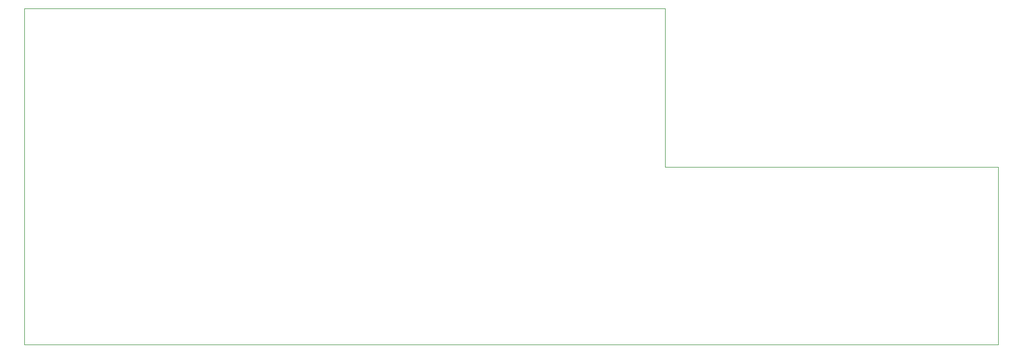
<source format=gbr>
%TF.GenerationSoftware,KiCad,Pcbnew,(5.1.6)-1*%
%TF.CreationDate,2020-09-07T22:38:35-04:00*%
%TF.ProjectId,FATARMATRIXPCBBOARD,46415441-524d-4415-9452-495850434242,rev?*%
%TF.SameCoordinates,Original*%
%TF.FileFunction,Legend,Bot*%
%TF.FilePolarity,Positive*%
%FSLAX46Y46*%
G04 Gerber Fmt 4.6, Leading zero omitted, Abs format (unit mm)*
G04 Created by KiCad (PCBNEW (5.1.6)-1) date 2020-09-07 22:38:35*
%MOMM*%
%LPD*%
G01*
G04 APERTURE LIST*
%TA.AperFunction,Profile*%
%ADD10C,0.050000*%
%TD*%
G04 APERTURE END LIST*
D10*
X57404000Y-111760000D02*
X57404000Y-165608000D01*
X160020000Y-111760000D02*
X57404000Y-111760000D01*
X160020000Y-114300000D02*
X160020000Y-111760000D01*
X160020000Y-137160000D02*
X160020000Y-114300000D01*
X213360000Y-137160000D02*
X160020000Y-137160000D01*
X213360000Y-165608000D02*
X213360000Y-137160000D01*
X57404000Y-165608000D02*
X213360000Y-165608000D01*
M02*

</source>
